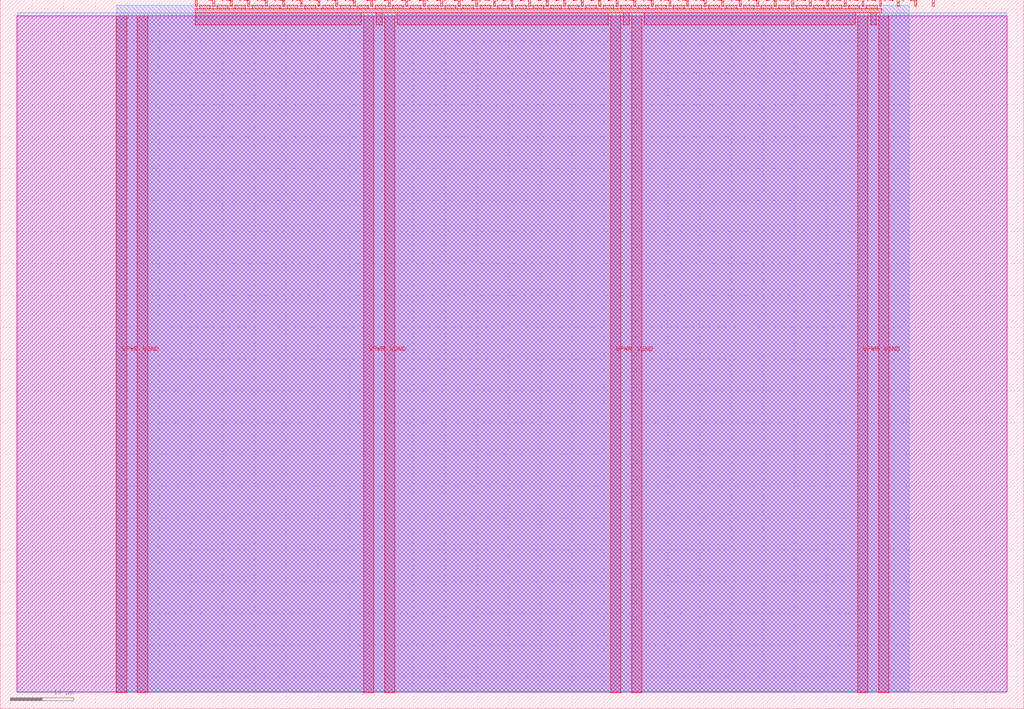
<source format=lef>
VERSION 5.7 ;
  NOWIREEXTENSIONATPIN ON ;
  DIVIDERCHAR "/" ;
  BUSBITCHARS "[]" ;
MACRO tt_um_wokwi_442978797853619201
  CLASS BLOCK ;
  FOREIGN tt_um_wokwi_442978797853619201 ;
  ORIGIN 0.000 0.000 ;
  SIZE 161.000 BY 111.520 ;
  PIN VGND
    DIRECTION INOUT ;
    USE GROUND ;
    PORT
      LAYER met4 ;
        RECT 21.580 2.480 23.180 109.040 ;
    END
    PORT
      LAYER met4 ;
        RECT 60.450 2.480 62.050 109.040 ;
    END
    PORT
      LAYER met4 ;
        RECT 99.320 2.480 100.920 109.040 ;
    END
    PORT
      LAYER met4 ;
        RECT 138.190 2.480 139.790 109.040 ;
    END
  END VGND
  PIN VPWR
    DIRECTION INOUT ;
    USE POWER ;
    PORT
      LAYER met4 ;
        RECT 18.280 2.480 19.880 109.040 ;
    END
    PORT
      LAYER met4 ;
        RECT 57.150 2.480 58.750 109.040 ;
    END
    PORT
      LAYER met4 ;
        RECT 96.020 2.480 97.620 109.040 ;
    END
    PORT
      LAYER met4 ;
        RECT 134.890 2.480 136.490 109.040 ;
    END
  END VPWR
  PIN clk
    DIRECTION INPUT ;
    USE SIGNAL ;
    PORT
      LAYER met4 ;
        RECT 143.830 110.520 144.130 111.520 ;
    END
  END clk
  PIN ena
    DIRECTION INPUT ;
    USE SIGNAL ;
    PORT
      LAYER met4 ;
        RECT 146.590 110.520 146.890 111.520 ;
    END
  END ena
  PIN rst_n
    DIRECTION INPUT ;
    USE SIGNAL ;
    PORT
      LAYER met4 ;
        RECT 141.070 110.520 141.370 111.520 ;
    END
  END rst_n
  PIN ui_in[0]
    DIRECTION INPUT ;
    USE SIGNAL ;
    ANTENNAGATEAREA 0.196500 ;
    PORT
      LAYER met4 ;
        RECT 138.310 110.520 138.610 111.520 ;
    END
  END ui_in[0]
  PIN ui_in[1]
    DIRECTION INPUT ;
    USE SIGNAL ;
    ANTENNAGATEAREA 0.196500 ;
    PORT
      LAYER met4 ;
        RECT 135.550 110.520 135.850 111.520 ;
    END
  END ui_in[1]
  PIN ui_in[2]
    DIRECTION INPUT ;
    USE SIGNAL ;
    ANTENNAGATEAREA 0.196500 ;
    PORT
      LAYER met4 ;
        RECT 132.790 110.520 133.090 111.520 ;
    END
  END ui_in[2]
  PIN ui_in[3]
    DIRECTION INPUT ;
    USE SIGNAL ;
    PORT
      LAYER met4 ;
        RECT 130.030 110.520 130.330 111.520 ;
    END
  END ui_in[3]
  PIN ui_in[4]
    DIRECTION INPUT ;
    USE SIGNAL ;
    ANTENNAGATEAREA 0.159000 ;
    PORT
      LAYER met4 ;
        RECT 127.270 110.520 127.570 111.520 ;
    END
  END ui_in[4]
  PIN ui_in[5]
    DIRECTION INPUT ;
    USE SIGNAL ;
    ANTENNAGATEAREA 0.159000 ;
    PORT
      LAYER met4 ;
        RECT 124.510 110.520 124.810 111.520 ;
    END
  END ui_in[5]
  PIN ui_in[6]
    DIRECTION INPUT ;
    USE SIGNAL ;
    ANTENNAGATEAREA 0.159000 ;
    PORT
      LAYER met4 ;
        RECT 121.750 110.520 122.050 111.520 ;
    END
  END ui_in[6]
  PIN ui_in[7]
    DIRECTION INPUT ;
    USE SIGNAL ;
    ANTENNAGATEAREA 0.159000 ;
    PORT
      LAYER met4 ;
        RECT 118.990 110.520 119.290 111.520 ;
    END
  END ui_in[7]
  PIN uio_in[0]
    DIRECTION INPUT ;
    USE SIGNAL ;
    PORT
      LAYER met4 ;
        RECT 116.230 110.520 116.530 111.520 ;
    END
  END uio_in[0]
  PIN uio_in[1]
    DIRECTION INPUT ;
    USE SIGNAL ;
    PORT
      LAYER met4 ;
        RECT 113.470 110.520 113.770 111.520 ;
    END
  END uio_in[1]
  PIN uio_in[2]
    DIRECTION INPUT ;
    USE SIGNAL ;
    PORT
      LAYER met4 ;
        RECT 110.710 110.520 111.010 111.520 ;
    END
  END uio_in[2]
  PIN uio_in[3]
    DIRECTION INPUT ;
    USE SIGNAL ;
    PORT
      LAYER met4 ;
        RECT 107.950 110.520 108.250 111.520 ;
    END
  END uio_in[3]
  PIN uio_in[4]
    DIRECTION INPUT ;
    USE SIGNAL ;
    PORT
      LAYER met4 ;
        RECT 105.190 110.520 105.490 111.520 ;
    END
  END uio_in[4]
  PIN uio_in[5]
    DIRECTION INPUT ;
    USE SIGNAL ;
    PORT
      LAYER met4 ;
        RECT 102.430 110.520 102.730 111.520 ;
    END
  END uio_in[5]
  PIN uio_in[6]
    DIRECTION INPUT ;
    USE SIGNAL ;
    PORT
      LAYER met4 ;
        RECT 99.670 110.520 99.970 111.520 ;
    END
  END uio_in[6]
  PIN uio_in[7]
    DIRECTION INPUT ;
    USE SIGNAL ;
    PORT
      LAYER met4 ;
        RECT 96.910 110.520 97.210 111.520 ;
    END
  END uio_in[7]
  PIN uio_oe[0]
    DIRECTION OUTPUT ;
    USE SIGNAL ;
    PORT
      LAYER met4 ;
        RECT 49.990 110.520 50.290 111.520 ;
    END
  END uio_oe[0]
  PIN uio_oe[1]
    DIRECTION OUTPUT ;
    USE SIGNAL ;
    PORT
      LAYER met4 ;
        RECT 47.230 110.520 47.530 111.520 ;
    END
  END uio_oe[1]
  PIN uio_oe[2]
    DIRECTION OUTPUT ;
    USE SIGNAL ;
    PORT
      LAYER met4 ;
        RECT 44.470 110.520 44.770 111.520 ;
    END
  END uio_oe[2]
  PIN uio_oe[3]
    DIRECTION OUTPUT ;
    USE SIGNAL ;
    PORT
      LAYER met4 ;
        RECT 41.710 110.520 42.010 111.520 ;
    END
  END uio_oe[3]
  PIN uio_oe[4]
    DIRECTION OUTPUT ;
    USE SIGNAL ;
    PORT
      LAYER met4 ;
        RECT 38.950 110.520 39.250 111.520 ;
    END
  END uio_oe[4]
  PIN uio_oe[5]
    DIRECTION OUTPUT ;
    USE SIGNAL ;
    PORT
      LAYER met4 ;
        RECT 36.190 110.520 36.490 111.520 ;
    END
  END uio_oe[5]
  PIN uio_oe[6]
    DIRECTION OUTPUT ;
    USE SIGNAL ;
    PORT
      LAYER met4 ;
        RECT 33.430 110.520 33.730 111.520 ;
    END
  END uio_oe[6]
  PIN uio_oe[7]
    DIRECTION OUTPUT ;
    USE SIGNAL ;
    PORT
      LAYER met4 ;
        RECT 30.670 110.520 30.970 111.520 ;
    END
  END uio_oe[7]
  PIN uio_out[0]
    DIRECTION OUTPUT ;
    USE SIGNAL ;
    PORT
      LAYER met4 ;
        RECT 72.070 110.520 72.370 111.520 ;
    END
  END uio_out[0]
  PIN uio_out[1]
    DIRECTION OUTPUT ;
    USE SIGNAL ;
    PORT
      LAYER met4 ;
        RECT 69.310 110.520 69.610 111.520 ;
    END
  END uio_out[1]
  PIN uio_out[2]
    DIRECTION OUTPUT ;
    USE SIGNAL ;
    PORT
      LAYER met4 ;
        RECT 66.550 110.520 66.850 111.520 ;
    END
  END uio_out[2]
  PIN uio_out[3]
    DIRECTION OUTPUT ;
    USE SIGNAL ;
    PORT
      LAYER met4 ;
        RECT 63.790 110.520 64.090 111.520 ;
    END
  END uio_out[3]
  PIN uio_out[4]
    DIRECTION OUTPUT ;
    USE SIGNAL ;
    PORT
      LAYER met4 ;
        RECT 61.030 110.520 61.330 111.520 ;
    END
  END uio_out[4]
  PIN uio_out[5]
    DIRECTION OUTPUT ;
    USE SIGNAL ;
    PORT
      LAYER met4 ;
        RECT 58.270 110.520 58.570 111.520 ;
    END
  END uio_out[5]
  PIN uio_out[6]
    DIRECTION OUTPUT ;
    USE SIGNAL ;
    PORT
      LAYER met4 ;
        RECT 55.510 110.520 55.810 111.520 ;
    END
  END uio_out[6]
  PIN uio_out[7]
    DIRECTION OUTPUT ;
    USE SIGNAL ;
    PORT
      LAYER met4 ;
        RECT 52.750 110.520 53.050 111.520 ;
    END
  END uio_out[7]
  PIN uo_out[0]
    DIRECTION OUTPUT ;
    USE SIGNAL ;
    ANTENNADIFFAREA 0.795200 ;
    PORT
      LAYER met4 ;
        RECT 94.150 110.520 94.450 111.520 ;
    END
  END uo_out[0]
  PIN uo_out[1]
    DIRECTION OUTPUT ;
    USE SIGNAL ;
    ANTENNADIFFAREA 0.795200 ;
    PORT
      LAYER met4 ;
        RECT 91.390 110.520 91.690 111.520 ;
    END
  END uo_out[1]
  PIN uo_out[2]
    DIRECTION OUTPUT ;
    USE SIGNAL ;
    PORT
      LAYER met4 ;
        RECT 88.630 110.520 88.930 111.520 ;
    END
  END uo_out[2]
  PIN uo_out[3]
    DIRECTION OUTPUT ;
    USE SIGNAL ;
    PORT
      LAYER met4 ;
        RECT 85.870 110.520 86.170 111.520 ;
    END
  END uo_out[3]
  PIN uo_out[4]
    DIRECTION OUTPUT ;
    USE SIGNAL ;
    ANTENNADIFFAREA 0.445500 ;
    PORT
      LAYER met4 ;
        RECT 83.110 110.520 83.410 111.520 ;
    END
  END uo_out[4]
  PIN uo_out[5]
    DIRECTION OUTPUT ;
    USE SIGNAL ;
    ANTENNADIFFAREA 0.445500 ;
    PORT
      LAYER met4 ;
        RECT 80.350 110.520 80.650 111.520 ;
    END
  END uo_out[5]
  PIN uo_out[6]
    DIRECTION OUTPUT ;
    USE SIGNAL ;
    ANTENNADIFFAREA 0.445500 ;
    PORT
      LAYER met4 ;
        RECT 77.590 110.520 77.890 111.520 ;
    END
  END uo_out[6]
  PIN uo_out[7]
    DIRECTION OUTPUT ;
    USE SIGNAL ;
    ANTENNADIFFAREA 0.445500 ;
    PORT
      LAYER met4 ;
        RECT 74.830 110.520 75.130 111.520 ;
    END
  END uo_out[7]
  OBS
      LAYER nwell ;
        RECT 2.570 2.635 158.430 108.990 ;
      LAYER li1 ;
        RECT 2.760 2.635 158.240 108.885 ;
      LAYER met1 ;
        RECT 2.760 2.480 158.240 109.440 ;
      LAYER met2 ;
        RECT 18.310 2.535 142.970 110.685 ;
      LAYER met3 ;
        RECT 18.290 2.555 142.995 110.665 ;
      LAYER met4 ;
        RECT 31.370 110.120 33.030 110.665 ;
        RECT 34.130 110.120 35.790 110.665 ;
        RECT 36.890 110.120 38.550 110.665 ;
        RECT 39.650 110.120 41.310 110.665 ;
        RECT 42.410 110.120 44.070 110.665 ;
        RECT 45.170 110.120 46.830 110.665 ;
        RECT 47.930 110.120 49.590 110.665 ;
        RECT 50.690 110.120 52.350 110.665 ;
        RECT 53.450 110.120 55.110 110.665 ;
        RECT 56.210 110.120 57.870 110.665 ;
        RECT 58.970 110.120 60.630 110.665 ;
        RECT 61.730 110.120 63.390 110.665 ;
        RECT 64.490 110.120 66.150 110.665 ;
        RECT 67.250 110.120 68.910 110.665 ;
        RECT 70.010 110.120 71.670 110.665 ;
        RECT 72.770 110.120 74.430 110.665 ;
        RECT 75.530 110.120 77.190 110.665 ;
        RECT 78.290 110.120 79.950 110.665 ;
        RECT 81.050 110.120 82.710 110.665 ;
        RECT 83.810 110.120 85.470 110.665 ;
        RECT 86.570 110.120 88.230 110.665 ;
        RECT 89.330 110.120 90.990 110.665 ;
        RECT 92.090 110.120 93.750 110.665 ;
        RECT 94.850 110.120 96.510 110.665 ;
        RECT 97.610 110.120 99.270 110.665 ;
        RECT 100.370 110.120 102.030 110.665 ;
        RECT 103.130 110.120 104.790 110.665 ;
        RECT 105.890 110.120 107.550 110.665 ;
        RECT 108.650 110.120 110.310 110.665 ;
        RECT 111.410 110.120 113.070 110.665 ;
        RECT 114.170 110.120 115.830 110.665 ;
        RECT 116.930 110.120 118.590 110.665 ;
        RECT 119.690 110.120 121.350 110.665 ;
        RECT 122.450 110.120 124.110 110.665 ;
        RECT 125.210 110.120 126.870 110.665 ;
        RECT 127.970 110.120 129.630 110.665 ;
        RECT 130.730 110.120 132.390 110.665 ;
        RECT 133.490 110.120 135.150 110.665 ;
        RECT 136.250 110.120 137.910 110.665 ;
        RECT 30.655 109.440 138.625 110.120 ;
        RECT 30.655 107.615 56.750 109.440 ;
        RECT 59.150 107.615 60.050 109.440 ;
        RECT 62.450 107.615 95.620 109.440 ;
        RECT 98.020 107.615 98.920 109.440 ;
        RECT 101.320 107.615 134.490 109.440 ;
        RECT 136.890 107.615 137.790 109.440 ;
  END
END tt_um_wokwi_442978797853619201
END LIBRARY


</source>
